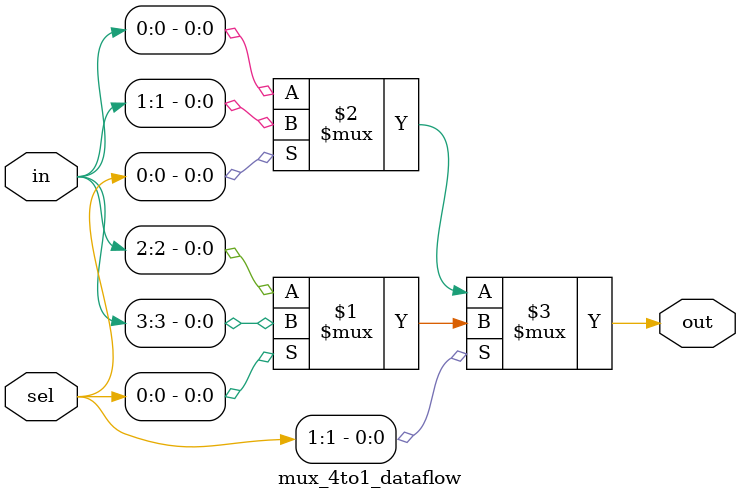
<source format=v>
module mux_4to1_dataflow (out, in, sel);

output out;
input [3:0] in;
input [1:0] sel;

assign out = sel[1] ? (sel[0] ? in[3]:in[2]):
                      (sel[0] ? in[1]:in[0]);

endmodule

</source>
